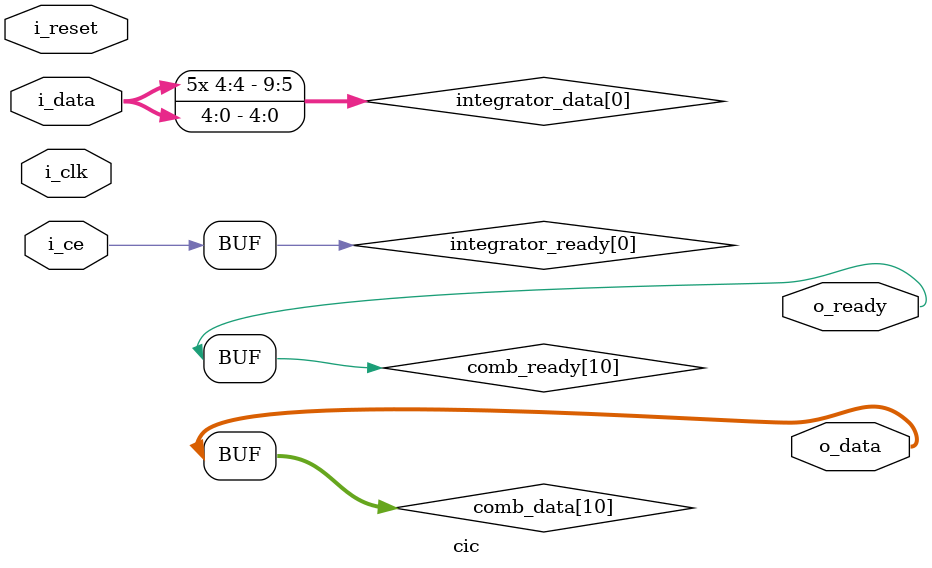
<source format=sv>
module cic#(
    parameter int IW = 5,
    parameter int OW = 10,
    parameter int R = 100,
    parameter int M = 10
)(
    input logic i_clk,
    input logic i_reset,
    input logic i_ce,
    input logic signed [IW-1:0] i_data,

    output logic signed [OW-1:0] o_data,
    output logic o_ready

);

    // INTEGRATOR //
    logic signed[OW-1:0] integrator_data[0:M];
    logic integrator_ready[0:M];
    assign integrator_data[0] = {{(OW-IW){i_data[IW-1]}}, i_data};
    assign integrator_ready[0] = i_ce;

    genvar i;
    generate
        for(i = 1; i < M; i++) begin
            integrator#(
                .IW(IW),
                .OW(OW) )
            integrator_inst(
                .i_clk(i_clk),
                .i_reset(i_reset),
                .i_ce(integrator_ready[i-1]),
                .i_data(integrator_data[i-1]),

                .o_data(integrator_data[i]),
                .o_ready(integrator_ready[i])
            );     
        end
    endgenerate

    // DECIMATOR //
    logic decimator_ready;
    logic [OW-1:0] decimator_data;

    decimator#(
        .W(OW),
        .R(R))
    decimator_inst(
        .i_clk(i_clk),
        .i_reset(i_reset),
        .i_ce(i_ce),
        .i_data(integrator_data[M]),
        
        .o_data(decimator_data),
        .o_ready(decimator_ready)
    );

     // COMB //
     logic signed[OW-1:0] comb_data[0:M];
     logic comb_ready[0:M];
     assign comb_data[0] = decimator_data;
     assign comb_ready[0] = decimator_ready;

     genvar j;
     generate
         for(j = 1; j < M; j++) begin
              comb#(
                  .IW(OW),
                  .OW(OW),
                  .N(1*R/R)
              )comb_inst(
                  .i_clk(i_clk),
                  .i_reset(i_reset),
                  .i_ce(comb_ready[j-1]),
                  .i_data(comb_data[j-1]),

                  .o_data(comb_data[j]),
                  .o_ready(comb_ready[j])
              );
         end
     endgenerate
    
    assign o_data = comb_data[M];
    assign o_ready = comb_ready[M];

    //----------------------------- 
    // For simulation only
    //----------------------------- 
    initial begin
        $dumpfile("cic_waves.vcd");
        $dumpvars(0, cic);
    end

endmodule
</source>
